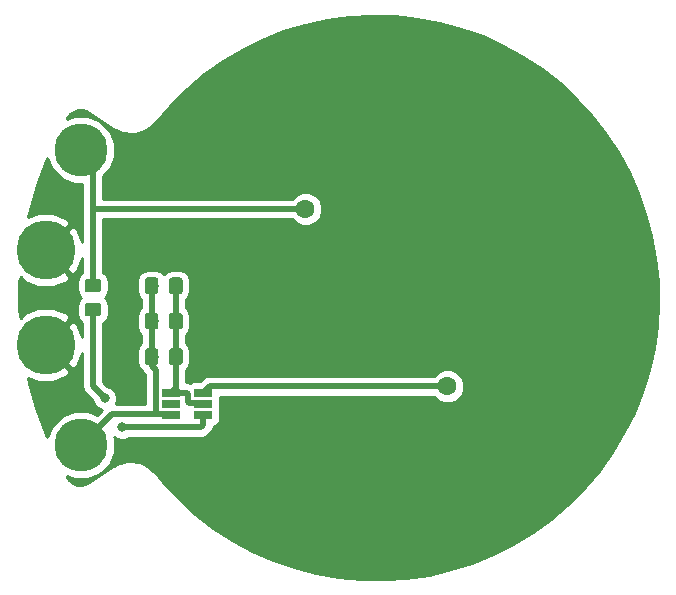
<source format=gbr>
G04 #@! TF.GenerationSoftware,KiCad,Pcbnew,5.0.2-bee76a0~70~ubuntu16.04.1*
G04 #@! TF.CreationDate,2019-11-30T17:31:12+01:00*
G04 #@! TF.ProjectId,bambule,62616d62-756c-4652-9e6b-696361645f70,rev?*
G04 #@! TF.SameCoordinates,Original*
G04 #@! TF.FileFunction,Copper,L1,Top*
G04 #@! TF.FilePolarity,Positive*
%FSLAX46Y46*%
G04 Gerber Fmt 4.6, Leading zero omitted, Abs format (unit mm)*
G04 Created by KiCad (PCBNEW 5.0.2-bee76a0~70~ubuntu16.04.1) date Sat 30 Nov 2019 05:31:12 PM CET*
%MOMM*%
%LPD*%
G01*
G04 APERTURE LIST*
G04 #@! TA.AperFunction,ComponentPad*
%ADD10C,5.000000*%
G04 #@! TD*
G04 #@! TA.AperFunction,Conductor*
%ADD11C,0.100000*%
G04 #@! TD*
G04 #@! TA.AperFunction,SMDPad,CuDef*
%ADD12C,1.150000*%
G04 #@! TD*
G04 #@! TA.AperFunction,SMDPad,CuDef*
%ADD13R,1.560000X0.650000*%
G04 #@! TD*
G04 #@! TA.AperFunction,ComponentPad*
%ADD14C,1.600000*%
G04 #@! TD*
G04 #@! TA.AperFunction,ComponentPad*
%ADD15C,4.500880*%
G04 #@! TD*
G04 #@! TA.AperFunction,ViaPad*
%ADD16C,0.800000*%
G04 #@! TD*
G04 #@! TA.AperFunction,ViaPad*
%ADD17C,1.200000*%
G04 #@! TD*
G04 #@! TA.AperFunction,Conductor*
%ADD18C,0.500000*%
G04 #@! TD*
G04 #@! TA.AperFunction,Conductor*
%ADD19C,0.254000*%
G04 #@! TD*
G04 APERTURE END LIST*
D10*
G04 #@! TO.P,H1,1*
G04 #@! TO.N,/HEATSINK*
X72000000Y-104000000D03*
G04 #@! TD*
G04 #@! TO.P,H2,1*
G04 #@! TO.N,/HEATSINK*
X72000000Y-96000000D03*
G04 #@! TD*
D11*
G04 #@! TO.N,Net-(R1-Pad1)*
G04 #@! TO.C,R1*
G36*
X76474505Y-100451204D02*
X76498773Y-100454804D01*
X76522572Y-100460765D01*
X76545671Y-100469030D01*
X76567850Y-100479520D01*
X76588893Y-100492132D01*
X76608599Y-100506747D01*
X76626777Y-100523223D01*
X76643253Y-100541401D01*
X76657868Y-100561107D01*
X76670480Y-100582150D01*
X76680970Y-100604329D01*
X76689235Y-100627428D01*
X76695196Y-100651227D01*
X76698796Y-100675495D01*
X76700000Y-100699999D01*
X76700000Y-101350001D01*
X76698796Y-101374505D01*
X76695196Y-101398773D01*
X76689235Y-101422572D01*
X76680970Y-101445671D01*
X76670480Y-101467850D01*
X76657868Y-101488893D01*
X76643253Y-101508599D01*
X76626777Y-101526777D01*
X76608599Y-101543253D01*
X76588893Y-101557868D01*
X76567850Y-101570480D01*
X76545671Y-101580970D01*
X76522572Y-101589235D01*
X76498773Y-101595196D01*
X76474505Y-101598796D01*
X76450001Y-101600000D01*
X75549999Y-101600000D01*
X75525495Y-101598796D01*
X75501227Y-101595196D01*
X75477428Y-101589235D01*
X75454329Y-101580970D01*
X75432150Y-101570480D01*
X75411107Y-101557868D01*
X75391401Y-101543253D01*
X75373223Y-101526777D01*
X75356747Y-101508599D01*
X75342132Y-101488893D01*
X75329520Y-101467850D01*
X75319030Y-101445671D01*
X75310765Y-101422572D01*
X75304804Y-101398773D01*
X75301204Y-101374505D01*
X75300000Y-101350001D01*
X75300000Y-100699999D01*
X75301204Y-100675495D01*
X75304804Y-100651227D01*
X75310765Y-100627428D01*
X75319030Y-100604329D01*
X75329520Y-100582150D01*
X75342132Y-100561107D01*
X75356747Y-100541401D01*
X75373223Y-100523223D01*
X75391401Y-100506747D01*
X75411107Y-100492132D01*
X75432150Y-100479520D01*
X75454329Y-100469030D01*
X75477428Y-100460765D01*
X75501227Y-100454804D01*
X75525495Y-100451204D01*
X75549999Y-100450000D01*
X76450001Y-100450000D01*
X76474505Y-100451204D01*
X76474505Y-100451204D01*
G37*
D12*
G04 #@! TD*
G04 #@! TO.P,R1,1*
G04 #@! TO.N,Net-(R1-Pad1)*
X76000000Y-101025000D03*
D11*
G04 #@! TO.N,/VBUS*
G04 #@! TO.C,R1*
G36*
X76474505Y-98401204D02*
X76498773Y-98404804D01*
X76522572Y-98410765D01*
X76545671Y-98419030D01*
X76567850Y-98429520D01*
X76588893Y-98442132D01*
X76608599Y-98456747D01*
X76626777Y-98473223D01*
X76643253Y-98491401D01*
X76657868Y-98511107D01*
X76670480Y-98532150D01*
X76680970Y-98554329D01*
X76689235Y-98577428D01*
X76695196Y-98601227D01*
X76698796Y-98625495D01*
X76700000Y-98649999D01*
X76700000Y-99300001D01*
X76698796Y-99324505D01*
X76695196Y-99348773D01*
X76689235Y-99372572D01*
X76680970Y-99395671D01*
X76670480Y-99417850D01*
X76657868Y-99438893D01*
X76643253Y-99458599D01*
X76626777Y-99476777D01*
X76608599Y-99493253D01*
X76588893Y-99507868D01*
X76567850Y-99520480D01*
X76545671Y-99530970D01*
X76522572Y-99539235D01*
X76498773Y-99545196D01*
X76474505Y-99548796D01*
X76450001Y-99550000D01*
X75549999Y-99550000D01*
X75525495Y-99548796D01*
X75501227Y-99545196D01*
X75477428Y-99539235D01*
X75454329Y-99530970D01*
X75432150Y-99520480D01*
X75411107Y-99507868D01*
X75391401Y-99493253D01*
X75373223Y-99476777D01*
X75356747Y-99458599D01*
X75342132Y-99438893D01*
X75329520Y-99417850D01*
X75319030Y-99395671D01*
X75310765Y-99372572D01*
X75304804Y-99348773D01*
X75301204Y-99324505D01*
X75300000Y-99300001D01*
X75300000Y-98649999D01*
X75301204Y-98625495D01*
X75304804Y-98601227D01*
X75310765Y-98577428D01*
X75319030Y-98554329D01*
X75329520Y-98532150D01*
X75342132Y-98511107D01*
X75356747Y-98491401D01*
X75373223Y-98473223D01*
X75391401Y-98456747D01*
X75411107Y-98442132D01*
X75432150Y-98429520D01*
X75454329Y-98419030D01*
X75477428Y-98410765D01*
X75501227Y-98404804D01*
X75525495Y-98401204D01*
X75549999Y-98400000D01*
X76450001Y-98400000D01*
X76474505Y-98401204D01*
X76474505Y-98401204D01*
G37*
D12*
G04 #@! TD*
G04 #@! TO.P,R1,2*
G04 #@! TO.N,/VBUS*
X76000000Y-98975000D03*
D11*
G04 #@! TO.N,GND*
G04 #@! TO.C,R2*
G36*
X81324505Y-104301204D02*
X81348773Y-104304804D01*
X81372572Y-104310765D01*
X81395671Y-104319030D01*
X81417850Y-104329520D01*
X81438893Y-104342132D01*
X81458599Y-104356747D01*
X81476777Y-104373223D01*
X81493253Y-104391401D01*
X81507868Y-104411107D01*
X81520480Y-104432150D01*
X81530970Y-104454329D01*
X81539235Y-104477428D01*
X81545196Y-104501227D01*
X81548796Y-104525495D01*
X81550000Y-104549999D01*
X81550000Y-105450001D01*
X81548796Y-105474505D01*
X81545196Y-105498773D01*
X81539235Y-105522572D01*
X81530970Y-105545671D01*
X81520480Y-105567850D01*
X81507868Y-105588893D01*
X81493253Y-105608599D01*
X81476777Y-105626777D01*
X81458599Y-105643253D01*
X81438893Y-105657868D01*
X81417850Y-105670480D01*
X81395671Y-105680970D01*
X81372572Y-105689235D01*
X81348773Y-105695196D01*
X81324505Y-105698796D01*
X81300001Y-105700000D01*
X80649999Y-105700000D01*
X80625495Y-105698796D01*
X80601227Y-105695196D01*
X80577428Y-105689235D01*
X80554329Y-105680970D01*
X80532150Y-105670480D01*
X80511107Y-105657868D01*
X80491401Y-105643253D01*
X80473223Y-105626777D01*
X80456747Y-105608599D01*
X80442132Y-105588893D01*
X80429520Y-105567850D01*
X80419030Y-105545671D01*
X80410765Y-105522572D01*
X80404804Y-105498773D01*
X80401204Y-105474505D01*
X80400000Y-105450001D01*
X80400000Y-104549999D01*
X80401204Y-104525495D01*
X80404804Y-104501227D01*
X80410765Y-104477428D01*
X80419030Y-104454329D01*
X80429520Y-104432150D01*
X80442132Y-104411107D01*
X80456747Y-104391401D01*
X80473223Y-104373223D01*
X80491401Y-104356747D01*
X80511107Y-104342132D01*
X80532150Y-104329520D01*
X80554329Y-104319030D01*
X80577428Y-104310765D01*
X80601227Y-104304804D01*
X80625495Y-104301204D01*
X80649999Y-104300000D01*
X81300001Y-104300000D01*
X81324505Y-104301204D01*
X81324505Y-104301204D01*
G37*
D12*
G04 #@! TD*
G04 #@! TO.P,R2,1*
G04 #@! TO.N,GND*
X80975000Y-105000000D03*
D11*
G04 #@! TO.N,Net-(R2-Pad2)*
G04 #@! TO.C,R2*
G36*
X83374505Y-104301204D02*
X83398773Y-104304804D01*
X83422572Y-104310765D01*
X83445671Y-104319030D01*
X83467850Y-104329520D01*
X83488893Y-104342132D01*
X83508599Y-104356747D01*
X83526777Y-104373223D01*
X83543253Y-104391401D01*
X83557868Y-104411107D01*
X83570480Y-104432150D01*
X83580970Y-104454329D01*
X83589235Y-104477428D01*
X83595196Y-104501227D01*
X83598796Y-104525495D01*
X83600000Y-104549999D01*
X83600000Y-105450001D01*
X83598796Y-105474505D01*
X83595196Y-105498773D01*
X83589235Y-105522572D01*
X83580970Y-105545671D01*
X83570480Y-105567850D01*
X83557868Y-105588893D01*
X83543253Y-105608599D01*
X83526777Y-105626777D01*
X83508599Y-105643253D01*
X83488893Y-105657868D01*
X83467850Y-105670480D01*
X83445671Y-105680970D01*
X83422572Y-105689235D01*
X83398773Y-105695196D01*
X83374505Y-105698796D01*
X83350001Y-105700000D01*
X82699999Y-105700000D01*
X82675495Y-105698796D01*
X82651227Y-105695196D01*
X82627428Y-105689235D01*
X82604329Y-105680970D01*
X82582150Y-105670480D01*
X82561107Y-105657868D01*
X82541401Y-105643253D01*
X82523223Y-105626777D01*
X82506747Y-105608599D01*
X82492132Y-105588893D01*
X82479520Y-105567850D01*
X82469030Y-105545671D01*
X82460765Y-105522572D01*
X82454804Y-105498773D01*
X82451204Y-105474505D01*
X82450000Y-105450001D01*
X82450000Y-104549999D01*
X82451204Y-104525495D01*
X82454804Y-104501227D01*
X82460765Y-104477428D01*
X82469030Y-104454329D01*
X82479520Y-104432150D01*
X82492132Y-104411107D01*
X82506747Y-104391401D01*
X82523223Y-104373223D01*
X82541401Y-104356747D01*
X82561107Y-104342132D01*
X82582150Y-104329520D01*
X82604329Y-104319030D01*
X82627428Y-104310765D01*
X82651227Y-104304804D01*
X82675495Y-104301204D01*
X82699999Y-104300000D01*
X83350001Y-104300000D01*
X83374505Y-104301204D01*
X83374505Y-104301204D01*
G37*
D12*
G04 #@! TD*
G04 #@! TO.P,R2,2*
G04 #@! TO.N,Net-(R2-Pad2)*
X83025000Y-105000000D03*
D11*
G04 #@! TO.N,Net-(R2-Pad2)*
G04 #@! TO.C,R3*
G36*
X83374505Y-101301204D02*
X83398773Y-101304804D01*
X83422572Y-101310765D01*
X83445671Y-101319030D01*
X83467850Y-101329520D01*
X83488893Y-101342132D01*
X83508599Y-101356747D01*
X83526777Y-101373223D01*
X83543253Y-101391401D01*
X83557868Y-101411107D01*
X83570480Y-101432150D01*
X83580970Y-101454329D01*
X83589235Y-101477428D01*
X83595196Y-101501227D01*
X83598796Y-101525495D01*
X83600000Y-101549999D01*
X83600000Y-102450001D01*
X83598796Y-102474505D01*
X83595196Y-102498773D01*
X83589235Y-102522572D01*
X83580970Y-102545671D01*
X83570480Y-102567850D01*
X83557868Y-102588893D01*
X83543253Y-102608599D01*
X83526777Y-102626777D01*
X83508599Y-102643253D01*
X83488893Y-102657868D01*
X83467850Y-102670480D01*
X83445671Y-102680970D01*
X83422572Y-102689235D01*
X83398773Y-102695196D01*
X83374505Y-102698796D01*
X83350001Y-102700000D01*
X82699999Y-102700000D01*
X82675495Y-102698796D01*
X82651227Y-102695196D01*
X82627428Y-102689235D01*
X82604329Y-102680970D01*
X82582150Y-102670480D01*
X82561107Y-102657868D01*
X82541401Y-102643253D01*
X82523223Y-102626777D01*
X82506747Y-102608599D01*
X82492132Y-102588893D01*
X82479520Y-102567850D01*
X82469030Y-102545671D01*
X82460765Y-102522572D01*
X82454804Y-102498773D01*
X82451204Y-102474505D01*
X82450000Y-102450001D01*
X82450000Y-101549999D01*
X82451204Y-101525495D01*
X82454804Y-101501227D01*
X82460765Y-101477428D01*
X82469030Y-101454329D01*
X82479520Y-101432150D01*
X82492132Y-101411107D01*
X82506747Y-101391401D01*
X82523223Y-101373223D01*
X82541401Y-101356747D01*
X82561107Y-101342132D01*
X82582150Y-101329520D01*
X82604329Y-101319030D01*
X82627428Y-101310765D01*
X82651227Y-101304804D01*
X82675495Y-101301204D01*
X82699999Y-101300000D01*
X83350001Y-101300000D01*
X83374505Y-101301204D01*
X83374505Y-101301204D01*
G37*
D12*
G04 #@! TD*
G04 #@! TO.P,R3,2*
G04 #@! TO.N,Net-(R2-Pad2)*
X83025000Y-102000000D03*
D11*
G04 #@! TO.N,GND*
G04 #@! TO.C,R3*
G36*
X81324505Y-101301204D02*
X81348773Y-101304804D01*
X81372572Y-101310765D01*
X81395671Y-101319030D01*
X81417850Y-101329520D01*
X81438893Y-101342132D01*
X81458599Y-101356747D01*
X81476777Y-101373223D01*
X81493253Y-101391401D01*
X81507868Y-101411107D01*
X81520480Y-101432150D01*
X81530970Y-101454329D01*
X81539235Y-101477428D01*
X81545196Y-101501227D01*
X81548796Y-101525495D01*
X81550000Y-101549999D01*
X81550000Y-102450001D01*
X81548796Y-102474505D01*
X81545196Y-102498773D01*
X81539235Y-102522572D01*
X81530970Y-102545671D01*
X81520480Y-102567850D01*
X81507868Y-102588893D01*
X81493253Y-102608599D01*
X81476777Y-102626777D01*
X81458599Y-102643253D01*
X81438893Y-102657868D01*
X81417850Y-102670480D01*
X81395671Y-102680970D01*
X81372572Y-102689235D01*
X81348773Y-102695196D01*
X81324505Y-102698796D01*
X81300001Y-102700000D01*
X80649999Y-102700000D01*
X80625495Y-102698796D01*
X80601227Y-102695196D01*
X80577428Y-102689235D01*
X80554329Y-102680970D01*
X80532150Y-102670480D01*
X80511107Y-102657868D01*
X80491401Y-102643253D01*
X80473223Y-102626777D01*
X80456747Y-102608599D01*
X80442132Y-102588893D01*
X80429520Y-102567850D01*
X80419030Y-102545671D01*
X80410765Y-102522572D01*
X80404804Y-102498773D01*
X80401204Y-102474505D01*
X80400000Y-102450001D01*
X80400000Y-101549999D01*
X80401204Y-101525495D01*
X80404804Y-101501227D01*
X80410765Y-101477428D01*
X80419030Y-101454329D01*
X80429520Y-101432150D01*
X80442132Y-101411107D01*
X80456747Y-101391401D01*
X80473223Y-101373223D01*
X80491401Y-101356747D01*
X80511107Y-101342132D01*
X80532150Y-101329520D01*
X80554329Y-101319030D01*
X80577428Y-101310765D01*
X80601227Y-101304804D01*
X80625495Y-101301204D01*
X80649999Y-101300000D01*
X81300001Y-101300000D01*
X81324505Y-101301204D01*
X81324505Y-101301204D01*
G37*
D12*
G04 #@! TD*
G04 #@! TO.P,R3,1*
G04 #@! TO.N,GND*
X80975000Y-102000000D03*
D13*
G04 #@! TO.P,U1,1*
G04 #@! TO.N,Net-(R1-Pad1)*
X85350000Y-109950000D03*
G04 #@! TO.P,U1,2*
G04 #@! TO.N,Net-(R2-Pad2)*
X85350000Y-109000000D03*
G04 #@! TO.P,U1,3*
G04 #@! TO.N,Net-(D1-Pad1)*
X85350000Y-108050000D03*
G04 #@! TO.P,U1,4*
G04 #@! TO.N,Net-(R2-Pad2)*
X82650000Y-108050000D03*
G04 #@! TO.P,U1,6*
G04 #@! TO.N,GND*
X82650000Y-109950000D03*
G04 #@! TO.P,U1,5*
G04 #@! TO.N,N/C*
X82650000Y-109000000D03*
G04 #@! TD*
D14*
G04 #@! TO.P,D1,2*
G04 #@! TO.N,/VBUS*
X94000000Y-92500000D03*
G04 #@! TO.P,D1,1*
G04 #@! TO.N,Net-(D1-Pad1)*
X106000000Y-107500000D03*
G04 #@! TD*
D15*
G04 #@! TO.P,J1,1*
G04 #@! TO.N,/VBUS*
X75000000Y-87500000D03*
G04 #@! TD*
G04 #@! TO.P,J2,1*
G04 #@! TO.N,GND*
X75000000Y-112500000D03*
G04 #@! TD*
D11*
G04 #@! TO.N,GND*
G04 #@! TO.C,R4*
G36*
X81324505Y-98301204D02*
X81348773Y-98304804D01*
X81372572Y-98310765D01*
X81395671Y-98319030D01*
X81417850Y-98329520D01*
X81438893Y-98342132D01*
X81458599Y-98356747D01*
X81476777Y-98373223D01*
X81493253Y-98391401D01*
X81507868Y-98411107D01*
X81520480Y-98432150D01*
X81530970Y-98454329D01*
X81539235Y-98477428D01*
X81545196Y-98501227D01*
X81548796Y-98525495D01*
X81550000Y-98549999D01*
X81550000Y-99450001D01*
X81548796Y-99474505D01*
X81545196Y-99498773D01*
X81539235Y-99522572D01*
X81530970Y-99545671D01*
X81520480Y-99567850D01*
X81507868Y-99588893D01*
X81493253Y-99608599D01*
X81476777Y-99626777D01*
X81458599Y-99643253D01*
X81438893Y-99657868D01*
X81417850Y-99670480D01*
X81395671Y-99680970D01*
X81372572Y-99689235D01*
X81348773Y-99695196D01*
X81324505Y-99698796D01*
X81300001Y-99700000D01*
X80649999Y-99700000D01*
X80625495Y-99698796D01*
X80601227Y-99695196D01*
X80577428Y-99689235D01*
X80554329Y-99680970D01*
X80532150Y-99670480D01*
X80511107Y-99657868D01*
X80491401Y-99643253D01*
X80473223Y-99626777D01*
X80456747Y-99608599D01*
X80442132Y-99588893D01*
X80429520Y-99567850D01*
X80419030Y-99545671D01*
X80410765Y-99522572D01*
X80404804Y-99498773D01*
X80401204Y-99474505D01*
X80400000Y-99450001D01*
X80400000Y-98549999D01*
X80401204Y-98525495D01*
X80404804Y-98501227D01*
X80410765Y-98477428D01*
X80419030Y-98454329D01*
X80429520Y-98432150D01*
X80442132Y-98411107D01*
X80456747Y-98391401D01*
X80473223Y-98373223D01*
X80491401Y-98356747D01*
X80511107Y-98342132D01*
X80532150Y-98329520D01*
X80554329Y-98319030D01*
X80577428Y-98310765D01*
X80601227Y-98304804D01*
X80625495Y-98301204D01*
X80649999Y-98300000D01*
X81300001Y-98300000D01*
X81324505Y-98301204D01*
X81324505Y-98301204D01*
G37*
D12*
G04 #@! TD*
G04 #@! TO.P,R4,1*
G04 #@! TO.N,GND*
X80975000Y-99000000D03*
D11*
G04 #@! TO.N,Net-(R2-Pad2)*
G04 #@! TO.C,R4*
G36*
X83374505Y-98301204D02*
X83398773Y-98304804D01*
X83422572Y-98310765D01*
X83445671Y-98319030D01*
X83467850Y-98329520D01*
X83488893Y-98342132D01*
X83508599Y-98356747D01*
X83526777Y-98373223D01*
X83543253Y-98391401D01*
X83557868Y-98411107D01*
X83570480Y-98432150D01*
X83580970Y-98454329D01*
X83589235Y-98477428D01*
X83595196Y-98501227D01*
X83598796Y-98525495D01*
X83600000Y-98549999D01*
X83600000Y-99450001D01*
X83598796Y-99474505D01*
X83595196Y-99498773D01*
X83589235Y-99522572D01*
X83580970Y-99545671D01*
X83570480Y-99567850D01*
X83557868Y-99588893D01*
X83543253Y-99608599D01*
X83526777Y-99626777D01*
X83508599Y-99643253D01*
X83488893Y-99657868D01*
X83467850Y-99670480D01*
X83445671Y-99680970D01*
X83422572Y-99689235D01*
X83398773Y-99695196D01*
X83374505Y-99698796D01*
X83350001Y-99700000D01*
X82699999Y-99700000D01*
X82675495Y-99698796D01*
X82651227Y-99695196D01*
X82627428Y-99689235D01*
X82604329Y-99680970D01*
X82582150Y-99670480D01*
X82561107Y-99657868D01*
X82541401Y-99643253D01*
X82523223Y-99626777D01*
X82506747Y-99608599D01*
X82492132Y-99588893D01*
X82479520Y-99567850D01*
X82469030Y-99545671D01*
X82460765Y-99522572D01*
X82454804Y-99498773D01*
X82451204Y-99474505D01*
X82450000Y-99450001D01*
X82450000Y-98549999D01*
X82451204Y-98525495D01*
X82454804Y-98501227D01*
X82460765Y-98477428D01*
X82469030Y-98454329D01*
X82479520Y-98432150D01*
X82492132Y-98411107D01*
X82506747Y-98391401D01*
X82523223Y-98373223D01*
X82541401Y-98356747D01*
X82561107Y-98342132D01*
X82582150Y-98329520D01*
X82604329Y-98319030D01*
X82627428Y-98310765D01*
X82651227Y-98304804D01*
X82675495Y-98301204D01*
X82699999Y-98300000D01*
X83350001Y-98300000D01*
X83374505Y-98301204D01*
X83374505Y-98301204D01*
G37*
D12*
G04 #@! TD*
G04 #@! TO.P,R4,2*
G04 #@! TO.N,Net-(R2-Pad2)*
X83025000Y-99000000D03*
D16*
G04 #@! TO.N,Net-(R1-Pad1)*
X77000000Y-108500000D03*
X78500000Y-111000000D03*
D17*
G04 #@! TO.N,/HEATSINK*
X90000000Y-80000000D03*
X95000000Y-80000000D03*
X100000000Y-80000000D03*
X105000000Y-80000000D03*
X85000000Y-85000000D03*
X90000000Y-85000000D03*
X95000000Y-85000000D03*
X100000000Y-85000000D03*
X105000000Y-85000000D03*
X110000000Y-85000000D03*
X90000000Y-90000000D03*
X95000000Y-90000000D03*
X100000000Y-90000000D03*
X105000000Y-90000000D03*
X110000000Y-90000000D03*
X115000000Y-90000000D03*
X120000000Y-90000000D03*
X85000000Y-95000000D03*
X90000000Y-95000000D03*
X95000000Y-95000000D03*
X100000000Y-95000000D03*
X105000000Y-95000000D03*
X110000000Y-95000000D03*
X115000000Y-95000000D03*
X120000000Y-95000000D03*
X85000000Y-100000000D03*
X90000000Y-100000000D03*
X95000000Y-100000000D03*
X100000000Y-100000000D03*
X105000000Y-100000000D03*
X110000000Y-100000000D03*
X115000000Y-100000000D03*
X120000000Y-100000000D03*
X85000000Y-105000000D03*
X90000000Y-105000000D03*
X95000000Y-105000000D03*
X100000000Y-105000000D03*
X105000000Y-105000000D03*
X110000000Y-105000000D03*
X115000000Y-105000000D03*
X120000000Y-105000000D03*
X90000000Y-110000000D03*
X95000000Y-110000000D03*
X100000000Y-110000000D03*
X105000000Y-110000000D03*
X110000000Y-110000000D03*
X115000000Y-110000000D03*
X120000000Y-110000000D03*
X85000000Y-115000000D03*
X90000000Y-115000000D03*
X95000000Y-115000000D03*
X100000000Y-115000000D03*
X105000000Y-115000000D03*
X110000000Y-115000000D03*
X115000000Y-115000000D03*
X90000000Y-120000000D03*
X95000000Y-120000000D03*
X100000000Y-120000000D03*
X105000000Y-120000000D03*
X110000000Y-120000000D03*
X115000000Y-85000000D03*
X110000000Y-80000000D03*
G04 #@! TD*
D18*
G04 #@! TO.N,/VBUS*
X76000000Y-88500000D02*
X75000000Y-87500000D01*
X94000000Y-92500000D02*
X76000000Y-92500000D01*
X76000000Y-98975000D02*
X76000000Y-92500000D01*
X76000000Y-92500000D02*
X76000000Y-88500000D01*
G04 #@! TO.N,Net-(D1-Pad1)*
X85900000Y-107500000D02*
X85350000Y-108050000D01*
X106000000Y-107500000D02*
X85900000Y-107500000D01*
G04 #@! TO.N,GND*
X80975000Y-99000000D02*
X80975000Y-102000000D01*
X80975000Y-102000000D02*
X80975000Y-105000000D01*
X81429999Y-109875001D02*
X81319999Y-109765001D01*
X81319999Y-107000000D02*
X81319999Y-106144999D01*
X81319999Y-109765001D02*
X81319999Y-107000000D01*
X80975000Y-105800000D02*
X80975000Y-105000000D01*
X82650000Y-109950000D02*
X82575001Y-109875001D01*
X82575001Y-109875001D02*
X81429999Y-109875001D01*
X81319999Y-106144999D02*
X80975000Y-105800000D01*
X77624999Y-109875001D02*
X75000000Y-112500000D01*
X81429999Y-109875001D02*
X77624999Y-109875001D01*
G04 #@! TO.N,Net-(R1-Pad1)*
X76000000Y-101025000D02*
X76000000Y-107500000D01*
X76000000Y-107500000D02*
X77000000Y-108500000D01*
X85350000Y-110775000D02*
X85350000Y-109950000D01*
X85125000Y-111000000D02*
X85350000Y-110775000D01*
X78500000Y-111000000D02*
X85125000Y-111000000D01*
G04 #@! TO.N,Net-(R2-Pad2)*
X83025000Y-99000000D02*
X83025000Y-102000000D01*
X83025000Y-102000000D02*
X83025000Y-105000000D01*
X83025000Y-107675000D02*
X82650000Y-108050000D01*
X83025000Y-105000000D02*
X83025000Y-107675000D01*
X84019999Y-108139999D02*
X83930000Y-108050000D01*
X84129999Y-108925001D02*
X84019999Y-108815001D01*
X85275001Y-108925001D02*
X84129999Y-108925001D01*
X85350000Y-109000000D02*
X85275001Y-108925001D01*
X84019999Y-108815001D02*
X84019999Y-108139999D01*
X83930000Y-108050000D02*
X82650000Y-108050000D01*
G04 #@! TD*
D19*
G04 #@! TO.N,/HEATSINK*
G36*
X101553959Y-76186169D02*
X103458805Y-76387504D01*
X105341346Y-76740953D01*
X107189490Y-77244244D01*
X108991313Y-77894133D01*
X110735209Y-78686430D01*
X112409954Y-79616039D01*
X114004740Y-80676958D01*
X115509311Y-81862366D01*
X116913965Y-83164616D01*
X118209660Y-84575332D01*
X119388041Y-86085412D01*
X120441515Y-87685125D01*
X121363312Y-89364195D01*
X122147469Y-91111760D01*
X122788949Y-92916591D01*
X123283619Y-94767053D01*
X123628291Y-96651225D01*
X123820744Y-98556984D01*
X123859737Y-100472030D01*
X123745020Y-102384039D01*
X123477332Y-104280677D01*
X123058395Y-106149754D01*
X122490915Y-107979195D01*
X121778543Y-109757235D01*
X120925862Y-111472427D01*
X119938372Y-113113711D01*
X118822443Y-114670498D01*
X117585251Y-116132780D01*
X116234772Y-117491131D01*
X114779697Y-118736804D01*
X113229415Y-119861765D01*
X111593892Y-120858779D01*
X109883695Y-121721406D01*
X108109827Y-122444097D01*
X106283705Y-123022201D01*
X104417094Y-123451991D01*
X102522034Y-123730696D01*
X100610737Y-123856521D01*
X98695492Y-123828655D01*
X96788664Y-123647281D01*
X94902514Y-123313564D01*
X93049193Y-122829651D01*
X91240675Y-122198671D01*
X89488568Y-121424675D01*
X87804182Y-120512656D01*
X86198374Y-119468495D01*
X84681473Y-118298910D01*
X83263260Y-117011440D01*
X81947888Y-115609068D01*
X81322315Y-114855561D01*
X81320777Y-114853853D01*
X81320447Y-114853320D01*
X81314642Y-114846469D01*
X81219475Y-114735544D01*
X81173402Y-114695177D01*
X81132399Y-114649674D01*
X81125469Y-114643965D01*
X80685581Y-114286115D01*
X80600050Y-114234767D01*
X80515167Y-114182386D01*
X80506914Y-114178853D01*
X80506911Y-114178851D01*
X80506907Y-114178850D01*
X79984269Y-113958846D01*
X79887707Y-113933552D01*
X79791590Y-113907116D01*
X79782677Y-113906040D01*
X79782675Y-113906040D01*
X79219292Y-113841567D01*
X79119559Y-113844390D01*
X79019840Y-113845994D01*
X79010982Y-113847464D01*
X79010980Y-113847464D01*
X78452147Y-113943705D01*
X78357224Y-113974404D01*
X78261954Y-114003934D01*
X78253864Y-114007831D01*
X77762354Y-114248316D01*
X77714026Y-114268802D01*
X75707822Y-115633319D01*
X75340041Y-115813267D01*
X74988675Y-115873778D01*
X74634445Y-115833240D01*
X74305835Y-115694913D01*
X74019515Y-115461990D01*
X73848224Y-115230454D01*
X73790024Y-115121989D01*
X74426050Y-115385440D01*
X75573950Y-115385440D01*
X76634470Y-114946158D01*
X77446158Y-114134470D01*
X77885440Y-113073950D01*
X77885440Y-111926050D01*
X77831064Y-111794775D01*
X77913720Y-111877431D01*
X78294126Y-112035000D01*
X78705874Y-112035000D01*
X79068007Y-111885000D01*
X85037839Y-111885000D01*
X85125000Y-111902337D01*
X85212161Y-111885000D01*
X85212165Y-111885000D01*
X85470310Y-111833652D01*
X85763049Y-111638049D01*
X85812425Y-111564153D01*
X85914154Y-111462424D01*
X85988049Y-111413049D01*
X86183652Y-111120310D01*
X86226842Y-110903177D01*
X86377765Y-110873157D01*
X86587809Y-110732809D01*
X86728157Y-110522765D01*
X86777440Y-110275000D01*
X86777440Y-109625000D01*
X86747603Y-109475000D01*
X86777440Y-109325000D01*
X86777440Y-108675000D01*
X86747603Y-108525000D01*
X86775451Y-108385000D01*
X104855604Y-108385000D01*
X105187138Y-108716534D01*
X105714561Y-108935000D01*
X106285439Y-108935000D01*
X106812862Y-108716534D01*
X107216534Y-108312862D01*
X107435000Y-107785439D01*
X107435000Y-107214561D01*
X107216534Y-106687138D01*
X106812862Y-106283466D01*
X106285439Y-106065000D01*
X105714561Y-106065000D01*
X105187138Y-106283466D01*
X104855604Y-106615000D01*
X85987159Y-106615000D01*
X85899999Y-106597663D01*
X85812839Y-106615000D01*
X85812835Y-106615000D01*
X85554690Y-106666348D01*
X85261951Y-106861951D01*
X85212575Y-106935847D01*
X85070862Y-107077560D01*
X84570000Y-107077560D01*
X84322235Y-107126843D01*
X84208246Y-107203008D01*
X84017165Y-107165000D01*
X84017161Y-107165000D01*
X83930000Y-107147663D01*
X83910000Y-107151641D01*
X83910000Y-106134423D01*
X83984586Y-106084586D01*
X84179127Y-105793436D01*
X84247440Y-105450001D01*
X84247440Y-104549999D01*
X84179127Y-104206564D01*
X83984586Y-103915414D01*
X83910000Y-103865577D01*
X83910000Y-103134423D01*
X83984586Y-103084586D01*
X84179127Y-102793436D01*
X84247440Y-102450001D01*
X84247440Y-101549999D01*
X84179127Y-101206564D01*
X83984586Y-100915414D01*
X83910000Y-100865577D01*
X83910000Y-100134423D01*
X83984586Y-100084586D01*
X84179127Y-99793436D01*
X84247440Y-99450001D01*
X84247440Y-98549999D01*
X84179127Y-98206564D01*
X83984586Y-97915414D01*
X83693436Y-97720873D01*
X83350001Y-97652560D01*
X82699999Y-97652560D01*
X82356564Y-97720873D01*
X82065414Y-97915414D01*
X82000000Y-98013313D01*
X81934586Y-97915414D01*
X81643436Y-97720873D01*
X81300001Y-97652560D01*
X80649999Y-97652560D01*
X80306564Y-97720873D01*
X80015414Y-97915414D01*
X79820873Y-98206564D01*
X79752560Y-98549999D01*
X79752560Y-99450001D01*
X79820873Y-99793436D01*
X80015414Y-100084586D01*
X80090000Y-100134423D01*
X80090001Y-100865577D01*
X80015414Y-100915414D01*
X79820873Y-101206564D01*
X79752560Y-101549999D01*
X79752560Y-102450001D01*
X79820873Y-102793436D01*
X80015414Y-103084586D01*
X80090000Y-103134423D01*
X80090001Y-103865577D01*
X80015414Y-103915414D01*
X79820873Y-104206564D01*
X79752560Y-104549999D01*
X79752560Y-105450001D01*
X79820873Y-105793436D01*
X80015414Y-106084586D01*
X80169623Y-106187626D01*
X80336951Y-106438049D01*
X80410847Y-106487425D01*
X80434999Y-106511577D01*
X80434999Y-107087164D01*
X80435000Y-107087169D01*
X80434999Y-108990001D01*
X77917311Y-108990001D01*
X78035000Y-108705874D01*
X78035000Y-108294126D01*
X77877431Y-107913720D01*
X77586280Y-107622569D01*
X77224148Y-107472569D01*
X76885000Y-107133422D01*
X76885000Y-102117946D01*
X77084586Y-101984586D01*
X77279127Y-101693436D01*
X77347440Y-101350001D01*
X77347440Y-100699999D01*
X77279127Y-100356564D01*
X77084586Y-100065414D01*
X76986687Y-100000000D01*
X77084586Y-99934586D01*
X77279127Y-99643436D01*
X77347440Y-99300001D01*
X77347440Y-98649999D01*
X77279127Y-98306564D01*
X77084586Y-98015414D01*
X76885000Y-97882054D01*
X76885000Y-93385000D01*
X92855604Y-93385000D01*
X93187138Y-93716534D01*
X93714561Y-93935000D01*
X94285439Y-93935000D01*
X94812862Y-93716534D01*
X95216534Y-93312862D01*
X95435000Y-92785439D01*
X95435000Y-92214561D01*
X95216534Y-91687138D01*
X94812862Y-91283466D01*
X94285439Y-91065000D01*
X93714561Y-91065000D01*
X93187138Y-91283466D01*
X92855604Y-91615000D01*
X76885000Y-91615000D01*
X76885000Y-89695628D01*
X77446158Y-89134470D01*
X77885440Y-88073950D01*
X77885440Y-86926050D01*
X77446158Y-85865530D01*
X76634470Y-85053842D01*
X75573950Y-84614560D01*
X74426050Y-84614560D01*
X73787771Y-84878944D01*
X73840419Y-84782780D01*
X74088551Y-84469907D01*
X74379597Y-84263964D01*
X74716747Y-84147986D01*
X75072895Y-84131295D01*
X75431617Y-84218192D01*
X75697584Y-84359575D01*
X77714027Y-85731055D01*
X77726489Y-85736337D01*
X77800432Y-85782771D01*
X77856399Y-85807662D01*
X77909045Y-85838963D01*
X77917356Y-85842361D01*
X78443556Y-86053715D01*
X78540480Y-86077403D01*
X78637061Y-86102261D01*
X78645992Y-86103190D01*
X79210361Y-86158364D01*
X79310032Y-86153897D01*
X79409716Y-86150648D01*
X79418541Y-86149033D01*
X79418547Y-86149033D01*
X79418552Y-86149031D01*
X79975719Y-86043587D01*
X80070123Y-86011327D01*
X80164893Y-85980230D01*
X80172915Y-85976201D01*
X80172918Y-85976200D01*
X80172921Y-85976198D01*
X80678098Y-85718615D01*
X80759626Y-85661175D01*
X80841887Y-85604709D01*
X80848457Y-85598589D01*
X81261036Y-85209570D01*
X81262084Y-85208254D01*
X81267070Y-85203817D01*
X81307853Y-85161190D01*
X81312916Y-85155393D01*
X82584658Y-83683808D01*
X83949290Y-82339673D01*
X85417321Y-81109311D01*
X86979301Y-80000646D01*
X88625166Y-79020818D01*
X90344314Y-78176142D01*
X92125648Y-77472069D01*
X93957739Y-76913114D01*
X95828723Y-76502900D01*
X97726602Y-76244054D01*
X99639123Y-76138251D01*
X101553959Y-76186169D01*
X101553959Y-76186169D01*
G37*
X101553959Y-76186169D02*
X103458805Y-76387504D01*
X105341346Y-76740953D01*
X107189490Y-77244244D01*
X108991313Y-77894133D01*
X110735209Y-78686430D01*
X112409954Y-79616039D01*
X114004740Y-80676958D01*
X115509311Y-81862366D01*
X116913965Y-83164616D01*
X118209660Y-84575332D01*
X119388041Y-86085412D01*
X120441515Y-87685125D01*
X121363312Y-89364195D01*
X122147469Y-91111760D01*
X122788949Y-92916591D01*
X123283619Y-94767053D01*
X123628291Y-96651225D01*
X123820744Y-98556984D01*
X123859737Y-100472030D01*
X123745020Y-102384039D01*
X123477332Y-104280677D01*
X123058395Y-106149754D01*
X122490915Y-107979195D01*
X121778543Y-109757235D01*
X120925862Y-111472427D01*
X119938372Y-113113711D01*
X118822443Y-114670498D01*
X117585251Y-116132780D01*
X116234772Y-117491131D01*
X114779697Y-118736804D01*
X113229415Y-119861765D01*
X111593892Y-120858779D01*
X109883695Y-121721406D01*
X108109827Y-122444097D01*
X106283705Y-123022201D01*
X104417094Y-123451991D01*
X102522034Y-123730696D01*
X100610737Y-123856521D01*
X98695492Y-123828655D01*
X96788664Y-123647281D01*
X94902514Y-123313564D01*
X93049193Y-122829651D01*
X91240675Y-122198671D01*
X89488568Y-121424675D01*
X87804182Y-120512656D01*
X86198374Y-119468495D01*
X84681473Y-118298910D01*
X83263260Y-117011440D01*
X81947888Y-115609068D01*
X81322315Y-114855561D01*
X81320777Y-114853853D01*
X81320447Y-114853320D01*
X81314642Y-114846469D01*
X81219475Y-114735544D01*
X81173402Y-114695177D01*
X81132399Y-114649674D01*
X81125469Y-114643965D01*
X80685581Y-114286115D01*
X80600050Y-114234767D01*
X80515167Y-114182386D01*
X80506914Y-114178853D01*
X80506911Y-114178851D01*
X80506907Y-114178850D01*
X79984269Y-113958846D01*
X79887707Y-113933552D01*
X79791590Y-113907116D01*
X79782677Y-113906040D01*
X79782675Y-113906040D01*
X79219292Y-113841567D01*
X79119559Y-113844390D01*
X79019840Y-113845994D01*
X79010982Y-113847464D01*
X79010980Y-113847464D01*
X78452147Y-113943705D01*
X78357224Y-113974404D01*
X78261954Y-114003934D01*
X78253864Y-114007831D01*
X77762354Y-114248316D01*
X77714026Y-114268802D01*
X75707822Y-115633319D01*
X75340041Y-115813267D01*
X74988675Y-115873778D01*
X74634445Y-115833240D01*
X74305835Y-115694913D01*
X74019515Y-115461990D01*
X73848224Y-115230454D01*
X73790024Y-115121989D01*
X74426050Y-115385440D01*
X75573950Y-115385440D01*
X76634470Y-114946158D01*
X77446158Y-114134470D01*
X77885440Y-113073950D01*
X77885440Y-111926050D01*
X77831064Y-111794775D01*
X77913720Y-111877431D01*
X78294126Y-112035000D01*
X78705874Y-112035000D01*
X79068007Y-111885000D01*
X85037839Y-111885000D01*
X85125000Y-111902337D01*
X85212161Y-111885000D01*
X85212165Y-111885000D01*
X85470310Y-111833652D01*
X85763049Y-111638049D01*
X85812425Y-111564153D01*
X85914154Y-111462424D01*
X85988049Y-111413049D01*
X86183652Y-111120310D01*
X86226842Y-110903177D01*
X86377765Y-110873157D01*
X86587809Y-110732809D01*
X86728157Y-110522765D01*
X86777440Y-110275000D01*
X86777440Y-109625000D01*
X86747603Y-109475000D01*
X86777440Y-109325000D01*
X86777440Y-108675000D01*
X86747603Y-108525000D01*
X86775451Y-108385000D01*
X104855604Y-108385000D01*
X105187138Y-108716534D01*
X105714561Y-108935000D01*
X106285439Y-108935000D01*
X106812862Y-108716534D01*
X107216534Y-108312862D01*
X107435000Y-107785439D01*
X107435000Y-107214561D01*
X107216534Y-106687138D01*
X106812862Y-106283466D01*
X106285439Y-106065000D01*
X105714561Y-106065000D01*
X105187138Y-106283466D01*
X104855604Y-106615000D01*
X85987159Y-106615000D01*
X85899999Y-106597663D01*
X85812839Y-106615000D01*
X85812835Y-106615000D01*
X85554690Y-106666348D01*
X85261951Y-106861951D01*
X85212575Y-106935847D01*
X85070862Y-107077560D01*
X84570000Y-107077560D01*
X84322235Y-107126843D01*
X84208246Y-107203008D01*
X84017165Y-107165000D01*
X84017161Y-107165000D01*
X83930000Y-107147663D01*
X83910000Y-107151641D01*
X83910000Y-106134423D01*
X83984586Y-106084586D01*
X84179127Y-105793436D01*
X84247440Y-105450001D01*
X84247440Y-104549999D01*
X84179127Y-104206564D01*
X83984586Y-103915414D01*
X83910000Y-103865577D01*
X83910000Y-103134423D01*
X83984586Y-103084586D01*
X84179127Y-102793436D01*
X84247440Y-102450001D01*
X84247440Y-101549999D01*
X84179127Y-101206564D01*
X83984586Y-100915414D01*
X83910000Y-100865577D01*
X83910000Y-100134423D01*
X83984586Y-100084586D01*
X84179127Y-99793436D01*
X84247440Y-99450001D01*
X84247440Y-98549999D01*
X84179127Y-98206564D01*
X83984586Y-97915414D01*
X83693436Y-97720873D01*
X83350001Y-97652560D01*
X82699999Y-97652560D01*
X82356564Y-97720873D01*
X82065414Y-97915414D01*
X82000000Y-98013313D01*
X81934586Y-97915414D01*
X81643436Y-97720873D01*
X81300001Y-97652560D01*
X80649999Y-97652560D01*
X80306564Y-97720873D01*
X80015414Y-97915414D01*
X79820873Y-98206564D01*
X79752560Y-98549999D01*
X79752560Y-99450001D01*
X79820873Y-99793436D01*
X80015414Y-100084586D01*
X80090000Y-100134423D01*
X80090001Y-100865577D01*
X80015414Y-100915414D01*
X79820873Y-101206564D01*
X79752560Y-101549999D01*
X79752560Y-102450001D01*
X79820873Y-102793436D01*
X80015414Y-103084586D01*
X80090000Y-103134423D01*
X80090001Y-103865577D01*
X80015414Y-103915414D01*
X79820873Y-104206564D01*
X79752560Y-104549999D01*
X79752560Y-105450001D01*
X79820873Y-105793436D01*
X80015414Y-106084586D01*
X80169623Y-106187626D01*
X80336951Y-106438049D01*
X80410847Y-106487425D01*
X80434999Y-106511577D01*
X80434999Y-107087164D01*
X80435000Y-107087169D01*
X80434999Y-108990001D01*
X77917311Y-108990001D01*
X78035000Y-108705874D01*
X78035000Y-108294126D01*
X77877431Y-107913720D01*
X77586280Y-107622569D01*
X77224148Y-107472569D01*
X76885000Y-107133422D01*
X76885000Y-102117946D01*
X77084586Y-101984586D01*
X77279127Y-101693436D01*
X77347440Y-101350001D01*
X77347440Y-100699999D01*
X77279127Y-100356564D01*
X77084586Y-100065414D01*
X76986687Y-100000000D01*
X77084586Y-99934586D01*
X77279127Y-99643436D01*
X77347440Y-99300001D01*
X77347440Y-98649999D01*
X77279127Y-98306564D01*
X77084586Y-98015414D01*
X76885000Y-97882054D01*
X76885000Y-93385000D01*
X92855604Y-93385000D01*
X93187138Y-93716534D01*
X93714561Y-93935000D01*
X94285439Y-93935000D01*
X94812862Y-93716534D01*
X95216534Y-93312862D01*
X95435000Y-92785439D01*
X95435000Y-92214561D01*
X95216534Y-91687138D01*
X94812862Y-91283466D01*
X94285439Y-91065000D01*
X93714561Y-91065000D01*
X93187138Y-91283466D01*
X92855604Y-91615000D01*
X76885000Y-91615000D01*
X76885000Y-89695628D01*
X77446158Y-89134470D01*
X77885440Y-88073950D01*
X77885440Y-86926050D01*
X77446158Y-85865530D01*
X76634470Y-85053842D01*
X75573950Y-84614560D01*
X74426050Y-84614560D01*
X73787771Y-84878944D01*
X73840419Y-84782780D01*
X74088551Y-84469907D01*
X74379597Y-84263964D01*
X74716747Y-84147986D01*
X75072895Y-84131295D01*
X75431617Y-84218192D01*
X75697584Y-84359575D01*
X77714027Y-85731055D01*
X77726489Y-85736337D01*
X77800432Y-85782771D01*
X77856399Y-85807662D01*
X77909045Y-85838963D01*
X77917356Y-85842361D01*
X78443556Y-86053715D01*
X78540480Y-86077403D01*
X78637061Y-86102261D01*
X78645992Y-86103190D01*
X79210361Y-86158364D01*
X79310032Y-86153897D01*
X79409716Y-86150648D01*
X79418541Y-86149033D01*
X79418547Y-86149033D01*
X79418552Y-86149031D01*
X79975719Y-86043587D01*
X80070123Y-86011327D01*
X80164893Y-85980230D01*
X80172915Y-85976201D01*
X80172918Y-85976200D01*
X80172921Y-85976198D01*
X80678098Y-85718615D01*
X80759626Y-85661175D01*
X80841887Y-85604709D01*
X80848457Y-85598589D01*
X81261036Y-85209570D01*
X81262084Y-85208254D01*
X81267070Y-85203817D01*
X81307853Y-85161190D01*
X81312916Y-85155393D01*
X82584658Y-83683808D01*
X83949290Y-82339673D01*
X85417321Y-81109311D01*
X86979301Y-80000646D01*
X88625166Y-79020818D01*
X90344314Y-78176142D01*
X92125648Y-77472069D01*
X93957739Y-76913114D01*
X95828723Y-76502900D01*
X97726602Y-76244054D01*
X99639123Y-76138251D01*
X101553959Y-76186169D01*
G36*
X72553842Y-89134470D02*
X73365530Y-89946158D01*
X74426050Y-90385440D01*
X75115001Y-90385440D01*
X75115000Y-92412835D01*
X75097662Y-92500000D01*
X75115001Y-92587169D01*
X75115001Y-95327357D01*
X74658564Y-94225421D01*
X74235880Y-93943725D01*
X72179605Y-96000000D01*
X74235880Y-98056275D01*
X74658564Y-97774579D01*
X75115000Y-96671167D01*
X75115000Y-97882054D01*
X74915414Y-98015414D01*
X74720873Y-98306564D01*
X74652560Y-98649999D01*
X74652560Y-99300001D01*
X74720873Y-99643436D01*
X74915414Y-99934586D01*
X75013313Y-100000000D01*
X74915414Y-100065414D01*
X74720873Y-100356564D01*
X74652560Y-100699999D01*
X74652560Y-101350001D01*
X74720873Y-101693436D01*
X74915414Y-101984586D01*
X75115000Y-102117946D01*
X75115000Y-103327357D01*
X74658564Y-102225421D01*
X74235880Y-101943725D01*
X72179605Y-104000000D01*
X74235880Y-106056275D01*
X74658564Y-105774579D01*
X75115001Y-104671166D01*
X75115001Y-107412835D01*
X75097663Y-107500000D01*
X75166348Y-107845309D01*
X75312576Y-108064154D01*
X75312578Y-108064156D01*
X75361952Y-108138049D01*
X75435845Y-108187423D01*
X75972569Y-108724148D01*
X76122569Y-109086280D01*
X76413720Y-109377431D01*
X76737059Y-109511362D01*
X76323420Y-109925001D01*
X75573950Y-109614560D01*
X74426050Y-109614560D01*
X73365530Y-110053842D01*
X72553842Y-110865530D01*
X72156301Y-111825279D01*
X71952486Y-111370007D01*
X71211328Y-109335567D01*
X70617533Y-107253369D01*
X70518448Y-106779777D01*
X71377892Y-107135294D01*
X72625072Y-107134705D01*
X73774579Y-106658564D01*
X74056275Y-106235880D01*
X72000000Y-104179605D01*
X71985858Y-104193748D01*
X71806253Y-104014143D01*
X71820395Y-104000000D01*
X71806253Y-103985858D01*
X71985858Y-103806253D01*
X72000000Y-103820395D01*
X74056275Y-101764120D01*
X73774579Y-101341436D01*
X72622108Y-100864706D01*
X71374928Y-100865295D01*
X70225421Y-101341436D01*
X69943726Y-101764118D01*
X69831354Y-101651746D01*
X69800819Y-101682281D01*
X69746788Y-100827510D01*
X69765042Y-98662364D01*
X69793274Y-98310174D01*
X69831354Y-98348254D01*
X69943726Y-98235882D01*
X70225421Y-98658564D01*
X71377892Y-99135294D01*
X72625072Y-99134705D01*
X73774579Y-98658564D01*
X74056275Y-98235880D01*
X72000000Y-96179605D01*
X71985858Y-96193748D01*
X71806253Y-96014143D01*
X71820395Y-96000000D01*
X71806253Y-95985858D01*
X71985858Y-95806253D01*
X72000000Y-95820395D01*
X74056275Y-93764120D01*
X73774579Y-93341436D01*
X72622108Y-92864706D01*
X71374928Y-92865295D01*
X70525014Y-93217341D01*
X70744012Y-92252099D01*
X71372833Y-90180201D01*
X72148180Y-88158566D01*
X72148938Y-88156947D01*
X72553842Y-89134470D01*
X72553842Y-89134470D01*
G37*
X72553842Y-89134470D02*
X73365530Y-89946158D01*
X74426050Y-90385440D01*
X75115001Y-90385440D01*
X75115000Y-92412835D01*
X75097662Y-92500000D01*
X75115001Y-92587169D01*
X75115001Y-95327357D01*
X74658564Y-94225421D01*
X74235880Y-93943725D01*
X72179605Y-96000000D01*
X74235880Y-98056275D01*
X74658564Y-97774579D01*
X75115000Y-96671167D01*
X75115000Y-97882054D01*
X74915414Y-98015414D01*
X74720873Y-98306564D01*
X74652560Y-98649999D01*
X74652560Y-99300001D01*
X74720873Y-99643436D01*
X74915414Y-99934586D01*
X75013313Y-100000000D01*
X74915414Y-100065414D01*
X74720873Y-100356564D01*
X74652560Y-100699999D01*
X74652560Y-101350001D01*
X74720873Y-101693436D01*
X74915414Y-101984586D01*
X75115000Y-102117946D01*
X75115000Y-103327357D01*
X74658564Y-102225421D01*
X74235880Y-101943725D01*
X72179605Y-104000000D01*
X74235880Y-106056275D01*
X74658564Y-105774579D01*
X75115001Y-104671166D01*
X75115001Y-107412835D01*
X75097663Y-107500000D01*
X75166348Y-107845309D01*
X75312576Y-108064154D01*
X75312578Y-108064156D01*
X75361952Y-108138049D01*
X75435845Y-108187423D01*
X75972569Y-108724148D01*
X76122569Y-109086280D01*
X76413720Y-109377431D01*
X76737059Y-109511362D01*
X76323420Y-109925001D01*
X75573950Y-109614560D01*
X74426050Y-109614560D01*
X73365530Y-110053842D01*
X72553842Y-110865530D01*
X72156301Y-111825279D01*
X71952486Y-111370007D01*
X71211328Y-109335567D01*
X70617533Y-107253369D01*
X70518448Y-106779777D01*
X71377892Y-107135294D01*
X72625072Y-107134705D01*
X73774579Y-106658564D01*
X74056275Y-106235880D01*
X72000000Y-104179605D01*
X71985858Y-104193748D01*
X71806253Y-104014143D01*
X71820395Y-104000000D01*
X71806253Y-103985858D01*
X71985858Y-103806253D01*
X72000000Y-103820395D01*
X74056275Y-101764120D01*
X73774579Y-101341436D01*
X72622108Y-100864706D01*
X71374928Y-100865295D01*
X70225421Y-101341436D01*
X69943726Y-101764118D01*
X69831354Y-101651746D01*
X69800819Y-101682281D01*
X69746788Y-100827510D01*
X69765042Y-98662364D01*
X69793274Y-98310174D01*
X69831354Y-98348254D01*
X69943726Y-98235882D01*
X70225421Y-98658564D01*
X71377892Y-99135294D01*
X72625072Y-99134705D01*
X73774579Y-98658564D01*
X74056275Y-98235880D01*
X72000000Y-96179605D01*
X71985858Y-96193748D01*
X71806253Y-96014143D01*
X71820395Y-96000000D01*
X71806253Y-95985858D01*
X71985858Y-95806253D01*
X72000000Y-95820395D01*
X74056275Y-93764120D01*
X73774579Y-93341436D01*
X72622108Y-92864706D01*
X71374928Y-92865295D01*
X70525014Y-93217341D01*
X70744012Y-92252099D01*
X71372833Y-90180201D01*
X72148180Y-88158566D01*
X72148938Y-88156947D01*
X72553842Y-89134470D01*
G04 #@! TD*
M02*

</source>
